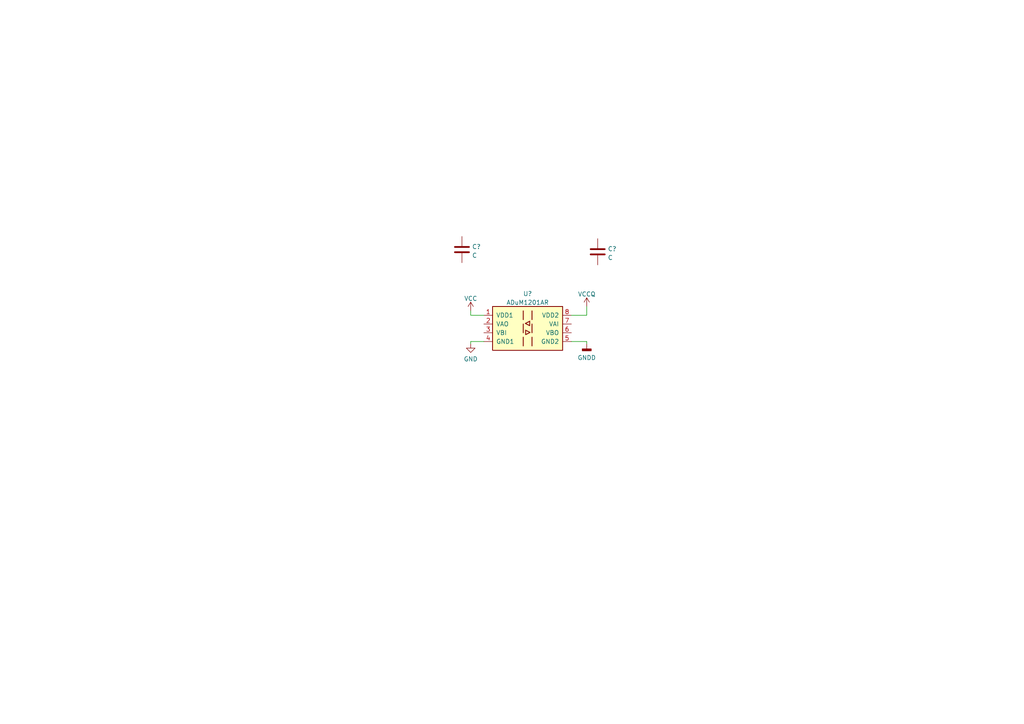
<source format=kicad_sch>
(kicad_sch (version 20211123) (generator eeschema)
  (paper "A4")
  (lib_symbols
    (symbol "Device:C" (pin_numbers hide) (pin_names (offset 0.254))
      (property "Reference" "C" (at 0.635 2.54 0))
      (property "Value" "C" (at 0.635 -2.54 0))
      (symbol "C_0_1"
        (polyline (pts (xy -2.032 -0.762) (xy 2.032 -0.762)) (stroke (width 0.508)))
        (polyline (pts (xy -2.032 0.762) (xy 2.032 0.762)) (stroke (width 0.508)))
      )
      (symbol "C_1_1"
        (pin passive line (at 0 3.81 270) (length 2.794) (name "~") (number "1"))
        (pin passive line (at 0 -3.81 90) (length 2.794) (name "~") (number "2"))
      )
    )
    (symbol "Isolator:ADuM1201AR" (pin_names (offset 1.016))
      (property "Reference" "U" (at -10.16 8.89 0))
      (property "Value" "ADuM1201AR" (at -2.032 8.89 0))
      (symbol "ADuM1201AR_0_1"
        (rectangle (start -10.16 7.62) (end 10.16 -5.08) (stroke (width 0.254)) (fill (type background)))
        (polyline (pts (xy -1.27 -1.27) (xy -1.27 -3.81)) (stroke (width 0.254)))
        (polyline (pts (xy -1.27 2.54) (xy -1.27 0)) (stroke (width 0.254)))
        (polyline (pts (xy -1.27 6.35) (xy -1.27 3.81)) (stroke (width 0.254)))
        (polyline (pts (xy 1.27 -1.27) (xy 1.27 -3.81)) (stroke (width 0.254)))
        (polyline (pts (xy 1.27 2.54) (xy 1.27 0)) (stroke (width 0.254)))
        (polyline (pts (xy 1.27 6.35) (xy 1.27 3.81)) (stroke (width 0.254)))
        (polyline (pts (xy -0.5724 0.7342) (xy -0.5724 -0.5358) (xy 0.6976 0.0992) (xy -0.5724 0.7342)) (stroke (width 0.254)))
        (polyline (pts (xy 0.6022 3.3407) (xy 0.6022 2.0707) (xy -0.6678 2.7057) (xy 0.6022 3.3407)) (stroke (width 0.254)))
      )
      (symbol "ADuM1201AR_1_1"
        (pin power_in line (at -12.7 5.08 0) (length 2.54) (name "VDD1") (number "1"))
        (pin output line (at -12.7 2.54 0) (length 2.54) (name "VAO") (number "2"))
        (pin input line (at -12.7 0 0) (length 2.54) (name "VBI") (number "3"))
        (pin power_in line (at -12.7 -2.54 0) (length 2.54) (name "GND1") (number "4"))
        (pin power_in line (at 12.7 -2.54 180) (length 2.54) (name "GND2") (number "5"))
        (pin output line (at 12.7 0 180) (length 2.54) (name "VBO") (number "6"))
        (pin input line (at 12.7 2.54 180) (length 2.54) (name "VAI") (number "7"))
        (pin power_in line (at 12.7 5.08 180) (length 2.54) (name "VDD2") (number "8"))
      )
    )
    (symbol "power:GND" (power) (pin_names (offset 0))
      (property "Value" "GND" (at 0 -3.81 0))
      (symbol "GND_0_1"
        (polyline (pts (xy 0 0) (xy 0 -1.27) (xy 1.27 -1.27) (xy 0 -2.54) (xy -1.27 -1.27) (xy 0 -1.27)))
      )
      (symbol "GND_1_1"
        (pin power_in line (at 0 0 270) (length 0) hide (name "GND") (number "1"))
      )
    )
    (symbol "power:GNDD" (power) (pin_names (offset 0))
      (property "Value" "GNDD" (at 0 -3.175 0))
      (symbol "GNDD_0_1"
        (rectangle (start -1.27 -1.524) (end 1.27 -2.032) (stroke (width 0.254)) (fill (type outline)))
        (polyline (pts (xy 0 0) (xy 0 -1.524)))
      )
      (symbol "GNDD_1_1"
        (pin power_in line (at 0 0 270) (length 0) hide (name "GNDD") (number "1"))
      )
    )
    (symbol "power:VCC" (power) (pin_names (offset 0))
      (property "Value" "VCC" (at 0 3.81 0))
      (symbol "VCC_0_1"
        (polyline (pts (xy -0.762 1.27) (xy 0 2.54)))
        (polyline (pts (xy 0 0) (xy 0 2.54)))
        (polyline (pts (xy 0 2.54) (xy 0.762 1.27)))
      )
      (symbol "VCC_1_1"
        (pin power_in line (at 0 0 90) (length 0) hide (name "VCC") (number "1"))
      )
    )
    (symbol "power:VCCQ" (power) (pin_names (offset 0))
      (property "Value" "VCCQ" (at 0 3.81 0))
      (symbol "VCCQ_0_1"
        (polyline (pts (xy -0.762 1.27) (xy 0 2.54)))
        (polyline (pts (xy 0 0) (xy 0 2.54)))
        (polyline (pts (xy 0 2.54) (xy 0.762 1.27)))
      )
      (symbol "VCCQ_1_1"
        (pin power_in line (at 0 0 90) (length 0) hide (name "VCCQ") (number "1"))
      )
    )
  )
  (wire (pts (xy 165.735 99.06) (xy 170.18 99.06)))
  (wire (pts (xy 140.335 99.06) (xy 136.525 99.06)))
  (wire (pts (xy 170.18 99.06) (xy 170.18 99.695)))
  (wire (pts (xy 165.735 91.44) (xy 170.18 91.44)))
  (wire (pts (xy 136.525 99.06) (xy 136.525 99.695)))
  (wire (pts (xy 140.335 91.44) (xy 136.525 91.44)))
  (wire (pts (xy 136.525 91.44) (xy 136.525 90.17)))
  (wire (pts (xy 170.18 88.9) (xy 170.18 91.44)))
  (symbol (lib_id "power:GND") (at 136.525 99.695 0) (unit 1)
    (property "Reference" "#PWR?" (effects hide))
    (property "Value" "GND" (at 136.525 104.1384 0))
  )
  (symbol (lib_id "power:GNDD") (at 170.18 99.695 0) (unit 1)
    (property "Reference" "#PWR?" (effects hide))
    (property "Value" "GNDD" (at 170.18 103.7574 0))
  )
  (symbol (lib_id "Device:C") (at 173.355 73.025 0) (unit 1)
    (property "Reference" "C?" (at 176.276 72.1903 0) (effects (justify left)))
    (property "Value" "C" (at 176.276 74.7272 0) (effects (justify left)))
    (property "Footprint" "Capacitor_SMD:C_0805_2012Metric_Pad1.18x1.45mm_HandSolder" (effects hide))
  )
  (symbol (lib_id "Device:C") (at 133.985 72.39 0) (unit 1)
    (property "Reference" "C?" (at 136.906 71.5553 0) (effects (justify left)))
    (property "Value" "C" (at 136.906 74.0922 0) (effects (justify left)))
    (property "Footprint" "Capacitor_SMD:C_0805_2012Metric_Pad1.18x1.45mm_HandSolder" (effects hide))
  )
  (symbol (lib_id "Isolator:ADuM1201AR") (at 153.035 96.52 0) (unit 1)
    (property "Reference" "U?" (at 153.035 85.2002 0))
    (property "Value" "ADuM1201AR" (at 153.035 87.7371 0))
    (property "Footprint" "Package_SO:SOIC-8_3.9x4.9mm_P1.27mm" (effects hide))
    (property "Datasheet" "https://www.analog.com/media/en/technical-documentation/data-sheets/ADuM1200_1201.pdf" (effects hide))
  )
  (symbol (lib_id "power:VCC") (at 136.525 90.17 0) (unit 1)
    (property "Reference" "#PWR?" (effects hide))
    (property "Value" "VCC" (at 136.525 86.5942 0))
  )
  (symbol (lib_id "power:VCCQ") (at 170.18 88.9 0) (unit 1)
    (property "Reference" "#PWR?" (effects hide))
    (property "Value" "VCCQ" (at 170.18 85.3242 0))
  )
)
</source>
